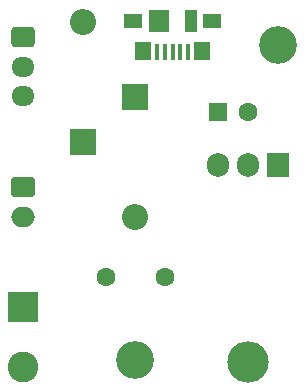
<source format=gbr>
%TF.GenerationSoftware,KiCad,Pcbnew,7.0.9*%
%TF.CreationDate,2023-11-11T09:59:11+01:00*%
%TF.ProjectId,CO2-PwrSupply,434f322d-5077-4725-9375-70706c792e6b,1.0*%
%TF.SameCoordinates,Original*%
%TF.FileFunction,Soldermask,Bot*%
%TF.FilePolarity,Negative*%
%FSLAX46Y46*%
G04 Gerber Fmt 4.6, Leading zero omitted, Abs format (unit mm)*
G04 Created by KiCad (PCBNEW 7.0.9) date 2023-11-11 09:59:11*
%MOMM*%
%LPD*%
G01*
G04 APERTURE LIST*
G04 Aperture macros list*
%AMRoundRect*
0 Rectangle with rounded corners*
0 $1 Rounding radius*
0 $2 $3 $4 $5 $6 $7 $8 $9 X,Y pos of 4 corners*
0 Add a 4 corners polygon primitive as box body*
4,1,4,$2,$3,$4,$5,$6,$7,$8,$9,$2,$3,0*
0 Add four circle primitives for the rounded corners*
1,1,$1+$1,$2,$3*
1,1,$1+$1,$4,$5*
1,1,$1+$1,$6,$7*
1,1,$1+$1,$8,$9*
0 Add four rect primitives between the rounded corners*
20,1,$1+$1,$2,$3,$4,$5,0*
20,1,$1+$1,$4,$5,$6,$7,0*
20,1,$1+$1,$6,$7,$8,$9,0*
20,1,$1+$1,$8,$9,$2,$3,0*%
G04 Aperture macros list end*
%ADD10C,3.200000*%
%ADD11RoundRect,0.250000X-0.725000X0.600000X-0.725000X-0.600000X0.725000X-0.600000X0.725000X0.600000X0*%
%ADD12O,1.950000X1.700000*%
%ADD13R,2.200000X2.200000*%
%ADD14O,2.200000X2.200000*%
%ADD15RoundRect,0.250000X-0.750000X0.600000X-0.750000X-0.600000X0.750000X-0.600000X0.750000X0.600000X0*%
%ADD16O,2.000000X1.700000*%
%ADD17O,3.500000X3.500000*%
%ADD18R,1.905000X2.000000*%
%ADD19O,1.905000X2.000000*%
%ADD20C,1.600000*%
%ADD21R,2.600000X2.600000*%
%ADD22C,2.600000*%
%ADD23R,1.600000X1.600000*%
%ADD24R,0.450000X1.380000*%
%ADD25R,1.650000X1.300000*%
%ADD26R,1.425000X1.550000*%
%ADD27R,1.800000X1.900000*%
%ADD28R,1.000000X1.900000*%
G04 APERTURE END LIST*
D10*
%TO.C,REF\u002A\u002A*%
X63343000Y-47498000D03*
%TD*%
D11*
%TO.C,J3*%
X53818000Y-20193000D03*
D12*
X53818000Y-22693000D03*
X53818000Y-25193000D03*
%TD*%
D10*
%TO.C,REF\u002A\u002A*%
X75408000Y-20828000D03*
%TD*%
D13*
%TO.C,D2*%
X63343000Y-25273000D03*
D14*
X63343000Y-35433000D03*
%TD*%
D15*
%TO.C,J2*%
X53818000Y-32893000D03*
D16*
X53818000Y-35393000D03*
%TD*%
D17*
%TO.C,U1*%
X72868000Y-47648000D03*
D18*
X75408000Y-30988000D03*
D19*
X72868000Y-30988000D03*
X70328000Y-30988000D03*
%TD*%
D20*
%TO.C,C2*%
X65843000Y-40513000D03*
X60843000Y-40513000D03*
%TD*%
D13*
%TO.C,D1*%
X58898000Y-29083000D03*
D14*
X58898000Y-18923000D03*
%TD*%
D21*
%TO.C,J4*%
X53818000Y-43053000D03*
D22*
X53818000Y-48133000D03*
%TD*%
D23*
%TO.C,C1*%
X70392888Y-26543000D03*
D20*
X72892888Y-26543000D03*
%TD*%
D24*
%TO.C,J1*%
X65218000Y-21463000D03*
X65868000Y-21463000D03*
X66518000Y-21463000D03*
X67168000Y-21463000D03*
X67818000Y-21463000D03*
D25*
X63143000Y-18803000D03*
D26*
X64030500Y-21378000D03*
D27*
X65368000Y-18803000D03*
D28*
X68068000Y-18803000D03*
D26*
X69005500Y-21378000D03*
D25*
X69893000Y-18803000D03*
%TD*%
M02*

</source>
